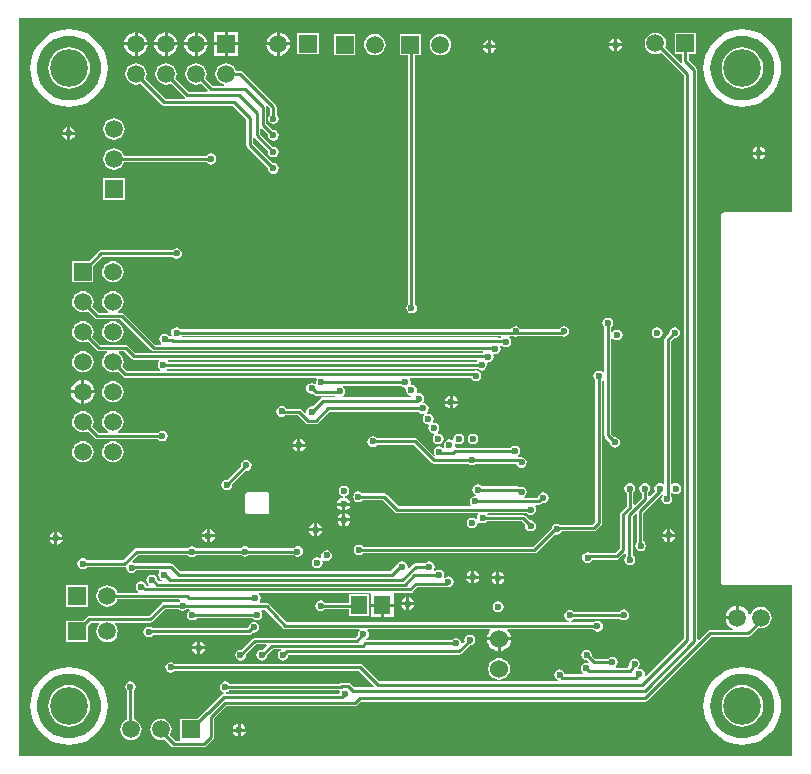
<source format=gbl>
%FSTAX23Y23*%
%MOIN*%
%SFA1B1*%

%IPPOS*%
%ADD10C,0.010000*%
%ADD82C,0.059060*%
%ADD83R,0.059060X0.059060*%
%ADD84C,0.060000*%
%ADD85R,0.059060X0.059060*%
%ADD86C,0.023620*%
%ADD87C,0.125980*%
%ADD88R,0.055120X0.059060*%
%LNmoveh_messkette_einseitig_v2-1*%
%LPD*%
G36*
X02587Y01822D02*
X02362D01*
X02357Y01821*
X02354Y01818*
X02351Y01815*
X02351Y01811*
Y0059*
X02351Y00586*
X02354Y00582*
X02357Y0058*
X02362Y00579*
X02587*
Y00011*
X00011*
Y02469*
X02587*
Y01822*
G37*
%LNmoveh_messkette_einseitig_v2-2*%
%LPC*%
G36*
X00879Y02422D02*
Y02388D01*
X00913*
X00912Y02393*
X00908Y02403*
X00902Y02411*
X00893Y02417*
X00884Y02421*
X00879Y02422*
G37*
G36*
X00739Y02422D02*
X00705D01*
Y02388*
X00739*
Y02422*
G37*
G36*
X00505Y02422D02*
Y02388D01*
X00539*
X00538Y02393*
X00534Y02403*
X00528Y02411*
X00519Y02417*
X0051Y02421*
X00505Y02422*
G37*
G36*
X00405D02*
Y02388D01*
X00439*
X00438Y02393*
X00434Y02403*
X00428Y02411*
X00419Y02417*
X0041Y02421*
X00405Y02422*
G37*
G36*
X00605D02*
Y02388D01*
X00639*
X00638Y02393*
X00634Y02403*
X00628Y02411*
X00619Y02417*
X0061Y02421*
X00605Y02422*
G37*
G36*
X00395D02*
X00389Y02421D01*
X0038Y02417*
X00371Y02411*
X00365Y02403*
X00361Y02393*
X0036Y02388*
X00395*
Y02422*
G37*
G36*
X00595D02*
X00589Y02421D01*
X0058Y02417*
X00571Y02411*
X00565Y02403*
X00561Y02393*
X0056Y02388*
X00595*
Y02422*
G37*
G36*
X00495D02*
X00489Y02421D01*
X0048Y02417*
X00471Y02411*
X00465Y02403*
X00461Y02393*
X0046Y02388*
X00495*
Y02422*
G37*
G36*
X00869D02*
X00863Y02421D01*
X00854Y02417*
X00845Y02411*
X00839Y02403*
X00835Y02393*
X00834Y02388*
X00869*
Y02422*
G37*
G36*
X00695Y02422D02*
X0066D01*
Y02388*
X00695*
Y02422*
G37*
G36*
X02004Y02402D02*
Y02386D01*
X0202*
X02019Y02389*
X02014Y02396*
X02007Y02401*
X02004Y02402*
G37*
G36*
X01994D02*
X0199Y02401D01*
X01983Y02396*
X01978Y02389*
X01977Y02386*
X01994*
Y02402*
G37*
G36*
X01582Y02396D02*
Y0238D01*
X01599*
X01598Y02383*
X01593Y0239*
X01586Y02395*
X01582Y02396*
G37*
G36*
X01572D02*
X01569Y02395D01*
X01562Y0239*
X01557Y02383*
X01556Y0238*
X01572*
Y02396*
G37*
G36*
X0202Y02376D02*
X02004D01*
Y02359*
X02007Y0236*
X02014Y02365*
X02019Y02372*
X0202Y02376*
G37*
G36*
X01994D02*
X01977D01*
X01978Y02372*
X01983Y02365*
X0199Y0236*
X01994Y02359*
Y02376*
G37*
G36*
X01599Y0237D02*
X01582D01*
Y02353*
X01586Y02354*
X01593Y02359*
X01598Y02366*
X01599Y0237*
G37*
G36*
X01572D02*
X01556D01*
X01557Y02366*
X01562Y02359*
X01569Y02354*
X01572Y02353*
Y0237*
G37*
G36*
X01009Y02418D02*
X00938D01*
Y02348*
X01009*
Y02418*
G37*
G36*
X01131Y02417D02*
X0106D01*
Y02346*
X01131*
Y02417*
G37*
G36*
X01414Y02417D02*
X01405Y02416D01*
X01397Y02412*
X01389Y02407*
X01384Y02399*
X0138Y02391*
X01379Y02381*
X0138Y02372*
X01384Y02364*
X01389Y02356*
X01397Y0235*
X01405Y02347*
X01414Y02346*
X01424Y02347*
X01432Y0235*
X0144Y02356*
X01445Y02364*
X01449Y02372*
X0145Y02381*
X01449Y02391*
X01445Y02399*
X0144Y02407*
X01432Y02412*
X01424Y02416*
X01414Y02417*
G37*
G36*
X01196D02*
X01187Y02416D01*
X01178Y02412*
X01171Y02407*
X01165Y02399*
X01161Y02391*
X0116Y02381*
X01161Y02372*
X01165Y02364*
X01171Y02356*
X01178Y0235*
X01187Y02347*
X01196Y02346*
X01205Y02347*
X01214Y0235*
X01221Y02356*
X01227Y02364*
X0123Y02372*
X01232Y02381*
X0123Y02391*
X01227Y02399*
X01221Y02407*
X01214Y02412*
X01205Y02416*
X01196Y02417*
G37*
G36*
X00595Y02378D02*
X0056D01*
X00561Y02373*
X00565Y02363*
X00571Y02355*
X0058Y02348*
X00589Y02344*
X00595Y02344*
Y02378*
G37*
G36*
X00495D02*
X0046D01*
X00461Y02373*
X00465Y02363*
X00471Y02355*
X0048Y02348*
X00489Y02344*
X00495Y02344*
Y02378*
G37*
G36*
X00395D02*
X0036D01*
X00361Y02373*
X00365Y02363*
X00371Y02355*
X0038Y02348*
X00389Y02344*
X00395Y02344*
Y02378*
G37*
G36*
X00913D02*
X00879D01*
Y02344*
X00884Y02344*
X00893Y02348*
X00902Y02355*
X00908Y02363*
X00912Y02373*
X00913Y02378*
G37*
G36*
X00869D02*
X00834D01*
X00835Y02373*
X00839Y02363*
X00845Y02355*
X00854Y02348*
X00863Y02344*
X00869Y02344*
Y02378*
G37*
G36*
X00639D02*
X00605D01*
Y02344*
X0061Y02344*
X00619Y02348*
X00628Y02355*
X00634Y02363*
X00638Y02373*
X00639Y02378*
G37*
G36*
X00539D02*
X00505D01*
Y02344*
X0051Y02344*
X00519Y02348*
X00528Y02355*
X00534Y02363*
X00538Y02373*
X00539Y02378*
G37*
G36*
X00439D02*
X00405D01*
Y02344*
X0041Y02344*
X00419Y02348*
X00428Y02355*
X00434Y02363*
X00438Y02373*
X00439Y02378*
G37*
G36*
X00739D02*
X00705D01*
Y02343*
X00739*
Y02378*
G37*
G36*
X00695D02*
X0066D01*
Y02343*
X00695*
Y02378*
G37*
G36*
X007Y02319D02*
X0069Y02317D01*
X00682Y02314*
X00674Y02308*
X00669Y02301*
X00665Y02292*
X00664Y02283*
X00665Y02274*
X00669Y02265*
X00674Y02258*
X00682Y02252*
X0069Y02248*
X00694Y02248*
X00694Y02243*
X00655*
X00631Y02267*
X00634Y02274*
X00635Y02283*
X00634Y02292*
X0063Y02301*
X00625Y02308*
X00617Y02314*
X00609Y02317*
X006Y02319*
X0059Y02317*
X00582Y02314*
X00574Y02308*
X00569Y02301*
X00565Y02292*
X00564Y02283*
X00565Y02274*
X00569Y02265*
X00574Y02258*
X00582Y02252*
X0059Y02248*
X006Y02247*
X00609Y02248*
X00616Y02251*
X00639Y02228*
X00636Y02223*
X00575*
X00531Y02267*
X00534Y02274*
X00535Y02283*
X00534Y02292*
X0053Y02301*
X00525Y02308*
X00517Y02314*
X00509Y02317*
X005Y02319*
X0049Y02317*
X00482Y02314*
X00474Y02308*
X00469Y02301*
X00465Y02292*
X00464Y02283*
X00465Y02274*
X00469Y02265*
X00474Y02258*
X00482Y02252*
X0049Y02248*
X005Y02247*
X00509Y02248*
X00516Y02251*
X00562Y02205*
X00562Y02203*
X0056Y022*
X00499*
X00431Y02267*
X00434Y02274*
X00435Y02283*
X00434Y02292*
X0043Y02301*
X00425Y02308*
X00417Y02314*
X00409Y02317*
X004Y02319*
X0039Y02317*
X00382Y02314*
X00374Y02308*
X00369Y02301*
X00365Y02292*
X00364Y02283*
X00365Y02274*
X00369Y02265*
X00374Y02258*
X00382Y02252*
X0039Y02248*
X004Y02247*
X00409Y02248*
X00416Y02251*
X00486Y02181*
X0049Y02178*
X00494Y02177*
X00723*
X00768Y02133*
Y02047*
Y02047*
X00769Y02042*
X00771Y02039*
X0084Y0197*
X0084Y01968*
X00841Y01961*
X00845Y01955*
X00851Y01951*
X00858Y0195*
X00865Y01951*
X00871Y01955*
X00874Y01961*
X00876Y01968*
X00874Y01975*
X00871Y01981*
X00865Y01985*
X00858Y01986*
X00856Y01986*
X0079Y02051*
Y02068*
X00794Y0207*
X00795Y0207*
X0084Y02025*
X0084Y02023*
X00841Y02016*
X00845Y0201*
X00851Y02006*
X00858Y02005*
X00865Y02006*
X00871Y0201*
X00874Y02016*
X00876Y02023*
X00874Y0203*
X00871Y02036*
X00865Y0204*
X00858Y02041*
X00856Y02041*
X00814Y02083*
Y02099*
X00819Y02102*
X0084Y0208*
X0084Y02078*
X00841Y02071*
X00845Y02065*
X00851Y02062*
X00858Y0206*
X00865Y02062*
X00871Y02065*
X00874Y02071*
X00876Y02078*
X00874Y02085*
X00871Y02091*
X00865Y02095*
X00858Y02096*
X00856Y02096*
X00833Y02118*
Y02173*
X00833Y02175*
X00838Y02177*
X00847Y02168*
Y02148*
X00845Y02147*
X00841Y02141*
X0084Y02134*
X00841Y02127*
X00845Y02122*
X00851Y02118*
X00858Y02116*
X00865Y02118*
X00871Y02122*
X00874Y02127*
X00876Y02134*
X00874Y02141*
X00871Y02147*
X00869Y02148*
Y02173*
X00868Y02177*
X00866Y02181*
X00755Y02291*
X00752Y02293*
X00748Y02294*
X00733*
X0073Y02301*
X00725Y02308*
X00717Y02314*
X00709Y02317*
X007Y02319*
G37*
G36*
X02421Y02432D02*
X02401Y0243D01*
X02381Y02426*
X02362Y02418*
X02345Y02407*
X02329Y02394*
X02316Y02379*
X02305Y02361*
X02298Y02343*
X02293Y02323*
X02291Y02303*
X02293Y02282*
X02298Y02263*
X02305Y02244*
X02316Y02227*
X02329Y02211*
X02345Y02198*
X02362Y02187*
X02381Y0218*
X02401Y02175*
X02421Y02173*
X02441Y02175*
X02461Y0218*
X0248Y02187*
X02497Y02198*
X02512Y02211*
X02525Y02227*
X02536Y02244*
X02544Y02263*
X02549Y02282*
X0255Y02303*
X02549Y02323*
X02544Y02343*
X02536Y02361*
X02525Y02379*
X02512Y02394*
X02497Y02407*
X0248Y02418*
X02461Y02426*
X02441Y0243*
X02421Y02432*
G37*
G36*
X00177D02*
X00156Y0243D01*
X00137Y02426*
X00118Y02418*
X00101Y02407*
X00085Y02394*
X00072Y02379*
X00061Y02361*
X00054Y02343*
X00049Y02323*
X00047Y02303*
X00049Y02282*
X00054Y02263*
X00061Y02244*
X00072Y02227*
X00085Y02211*
X00101Y02198*
X00118Y02187*
X00137Y0218*
X00156Y02175*
X00177Y02173*
X00197Y02175*
X00217Y0218*
X00235Y02187*
X00253Y02198*
X00268Y02211*
X00281Y02227*
X00292Y02244*
X003Y02263*
X00304Y02282*
X00306Y02303*
X00304Y02323*
X003Y02343*
X00292Y02361*
X00281Y02379*
X00268Y02394*
X00253Y02407*
X00235Y02418*
X00217Y02426*
X00197Y0243*
X00177Y02432*
G37*
G36*
X00181Y02106D02*
Y0209D01*
X00197*
X00196Y02094*
X00191Y02101*
X00184Y02106*
X00181Y02106*
G37*
G36*
X00171D02*
X00167Y02106D01*
X0016Y02101*
X00155Y02094*
X00154Y0209*
X00171*
Y02106*
G37*
G36*
X00197Y0208D02*
X00181D01*
Y02064*
X00184Y02065*
X00191Y02069*
X00196Y02077*
X00197Y0208*
G37*
G36*
X00171D02*
X00154D01*
X00155Y02077*
X0016Y02069*
X00167Y02065*
X00171Y02064*
Y0208*
G37*
G36*
X00326Y02135D02*
X00317Y02134D01*
X00308Y0213*
X00301Y02125*
X00295Y02117*
X00292Y02109*
X00291Y021*
X00292Y0209*
X00295Y02082*
X00301Y02074*
X00308Y02069*
X00317Y02065*
X00326Y02064*
X00336Y02065*
X00344Y02069*
X00352Y02074*
X00357Y02082*
X00361Y0209*
X00362Y021*
X00361Y02109*
X00357Y02117*
X00352Y02125*
X00344Y0213*
X00336Y02134*
X00326Y02135*
G37*
G36*
X02481Y0204D02*
Y02024D01*
X02497*
X02496Y02028*
X02492Y02035*
X02484Y0204*
X02481Y0204*
G37*
G36*
X02471D02*
X02467Y0204D01*
X0246Y02035*
X02455Y02028*
X02455Y02024*
X02471*
Y0204*
G37*
G36*
X02497Y02014D02*
X02481D01*
Y01998*
X02484Y01999*
X02492Y02003*
X02496Y02011*
X02497Y02014*
G37*
G36*
X02471D02*
X02455D01*
X02455Y02011*
X0246Y02003*
X02467Y01999*
X02471Y01998*
Y02014*
G37*
G36*
X00326Y02035D02*
X00317Y02034D01*
X00308Y0203*
X00301Y02025*
X00295Y02017*
X00292Y02009*
X00291Y02*
X00292Y0199*
X00295Y01982*
X00301Y01974*
X00308Y01969*
X00317Y01965*
X00326Y01964*
X00336Y01965*
X00344Y01969*
X00352Y01974*
X00357Y01982*
X0036Y01988*
X00635*
X00636Y01987*
X00642Y01983*
X00649Y01981*
X00656Y01983*
X00662Y01987*
X00666Y01993*
X00667Y02*
X00666Y02006*
X00662Y02012*
X00656Y02016*
X00649Y02018*
X00642Y02016*
X00636Y02012*
X00635Y02011*
X0036*
X00357Y02017*
X00352Y02025*
X00344Y0203*
X00336Y02034*
X00326Y02035*
G37*
G36*
X00362Y01935D02*
X00291D01*
Y01864*
X00362*
Y01935*
G37*
G36*
X00535Y01703D02*
X00528Y01701D01*
X00522Y01697*
X00521Y01696*
X00284*
X0028Y01695*
X00276Y01692*
X00242Y01659*
X00187*
Y01588*
X00258*
Y01643*
X00288Y01673*
X00521*
X00522Y01672*
X00528Y01668*
X00535Y01666*
X00542Y01668*
X00548Y01672*
X00552Y01678*
X00553Y01685*
X00552Y01691*
X00548Y01697*
X00542Y01701*
X00535Y01703*
G37*
G36*
X00323Y01659D02*
X00314Y01658D01*
X00305Y01654*
X00298Y01649*
X00292Y01641*
X00288Y01633*
X00287Y01623*
X00288Y01614*
X00292Y01606*
X00298Y01598*
X00305Y01593*
X00314Y01589*
X00323Y01588*
X00332Y01589*
X00341Y01593*
X00348Y01598*
X00354Y01606*
X00357Y01614*
X00359Y01623*
X00357Y01633*
X00354Y01641*
X00348Y01649*
X00341Y01654*
X00332Y01658*
X00323Y01659*
G37*
G36*
Y01559D02*
X00314Y01558D01*
X00305Y01554*
X00298Y01549*
X00292Y01541*
X00288Y01533*
X00287Y01523*
X00288Y01514*
X00292Y01506*
X00298Y01498*
X00305Y01493*
X00306Y01492*
X00305Y01487*
X00275*
X00254Y01507*
X00257Y01514*
X00259Y01523*
X00257Y01533*
X00254Y01541*
X00248Y01549*
X00241Y01554*
X00232Y01558*
X00223Y01559*
X00214Y01558*
X00205Y01554*
X00198Y01549*
X00192Y01541*
X00188Y01533*
X00187Y01523*
X00188Y01514*
X00192Y01506*
X00198Y01498*
X00205Y01493*
X00214Y01489*
X00223Y01488*
X00232Y01489*
X00239Y01492*
X00263Y01468*
X00266Y01466*
X0027Y01465*
X00348*
X00451Y01362*
X00451*
X00455Y01359*
X00459Y01358*
X00472*
X01555*
X01558Y01353*
X01557Y01353*
X00398*
X00374Y01377*
X0037Y0138*
X00366Y01381*
X00281*
X00254Y01407*
X00257Y01414*
X00259Y01423*
X00257Y01433*
X00254Y01441*
X00248Y01449*
X00241Y01454*
X00232Y01458*
X00223Y01459*
X00214Y01458*
X00205Y01454*
X00198Y01449*
X00192Y01441*
X00188Y01433*
X00187Y01423*
X00188Y01414*
X00192Y01406*
X00198Y01398*
X00205Y01393*
X00214Y01389*
X00223Y01388*
X00232Y01389*
X00239Y01392*
X00269Y01362*
X00272Y01359*
X00277Y01358*
X00302*
X00304Y01353*
X00298Y01349*
X00292Y01341*
X00288Y01333*
X00287Y01323*
X00288Y01314*
X00292Y01306*
X00298Y01298*
X00305Y01293*
X00314Y01289*
X00323Y01288*
X00332Y01289*
X00339Y01292*
X00356Y01274*
X0036Y01272*
X00364Y01271*
X01001*
X01004Y01266*
X01002Y01262*
X01Y01255*
X01001Y01251*
X01Y0125*
X00996Y01248*
X00992Y01251*
X00985Y01253*
X00978Y01251*
X00972Y01248*
X00968Y01242*
X00967Y01235*
X00968Y01228*
X00972Y01222*
X00978Y01218*
X00985Y01217*
X0099Y01218*
X00993Y01214*
X00997Y01212*
X01001Y01211*
X01063*
X01063Y01211*
X01061Y01206*
X01023*
X01018Y01205*
X01015Y01202*
X00987Y01174*
X00985Y01175*
X00978Y01173*
X00972Y01169*
X00968Y01163*
X00967Y01157*
X00967Y01155*
X00962Y01153*
X00952Y01164*
X00948Y01166*
X00944Y01167*
X00902*
X00899Y01171*
X00893Y01175*
X00886Y01176*
X00879Y01175*
X00874Y01171*
X0087Y01165*
X00868Y01158*
X0087Y01151*
X00874Y01145*
X00879Y01141*
X00886Y0114*
X00893Y01141*
X00898Y01145*
X00939*
X00965Y01119*
X00969Y01116*
X00973Y01115*
X00973*
X00999*
X00999*
X01003Y01116*
X01006Y01119*
X01044Y01157*
X01343*
X01344Y01155*
X0135Y01151*
X01357Y0115*
X01358Y0115*
X01359Y01148*
X0136Y01145*
X01357Y0114*
X01355Y01133*
X01357Y01126*
X01361Y01121*
X01367Y01117*
X01374Y01115*
X01374Y01115*
X01377Y01111*
X01375Y01109*
X01374Y01102*
X01375Y01095*
X01379Y01089*
X01385Y01085*
X01392Y01084*
X01392Y01084*
X01394Y01079*
X01394Y01079*
X0139Y01073*
X01389Y01066*
X0139Y01059*
X01394Y01054*
X014Y0105*
X01407Y01048*
X01414Y0105*
X0142Y01054*
X01424Y01059*
X01425Y01066*
X01424Y01073*
X0142Y01079*
X01414Y01083*
X01407Y01084*
X01407Y01084*
X01405Y01089*
X01405Y01089*
X01409Y01095*
X0141Y01102*
X01409Y01109*
X01405Y01115*
X01399Y01119*
X01392Y0112*
X01392Y0112*
X01389Y01124*
X0139Y01126*
X01392Y01133*
X0139Y0114*
X01386Y01146*
X0138Y0115*
X01374Y01151*
X01373Y01151*
X01371Y01153*
X0137Y01156*
X01373Y01161*
X01375Y01168*
X01373Y01175*
X0137Y01181*
X01364Y01185*
X01359Y01186*
X01356Y0119*
X01356Y01191*
X01359Y01194*
X0136Y01201*
X01359Y01208*
X01355Y01214*
X01349Y01218*
X01342Y01219*
X01339Y01219*
X01339Y01219*
X01336Y01223*
X01336Y01228*
X01335Y01235*
X01331Y01241*
X01325Y01245*
X01318Y01246*
X01318Y01246*
X01315Y0125*
X01316Y01255*
X01314Y01262*
X01312Y01266*
X01314Y01271*
X01515*
X01515Y0127*
X01519Y01264*
X01525Y0126*
X01532Y01259*
X01539Y0126*
X01545Y01264*
X01549Y0127*
X0155Y01277*
X01549Y01284*
X01545Y0129*
X01539Y01294*
X01532Y01295*
X01525Y01294*
X01524Y01293*
X00503*
X00502Y01298*
X00503Y013*
X00503Y013*
X00504Y01301*
X00505Y01301*
X01538*
X01539Y013*
X01545Y01296*
X01552Y01294*
X01559Y01296*
X01564Y013*
X01568Y01306*
X0157Y01313*
X01569Y01318*
X01571Y01321*
X01572Y01322*
X01574Y01322*
X01581Y01323*
X01587Y01327*
X01591Y01333*
X01592Y0134*
X01591Y01345*
X01595Y01349*
X01595Y01349*
X01597Y01349*
X01604Y0135*
X0161Y01354*
X01614Y0136*
X01615Y01367*
X01614Y01374*
X01612Y01376*
X01615Y0138*
X01619Y0138*
X01621Y01377*
X01626Y01374*
X01633Y01372*
X0164Y01374*
X01646Y01377*
X0165Y01383*
X01651Y0139*
X0165Y01397*
X01646Y01403*
X01644Y01405*
X01645Y0141*
X01656*
X01658Y01408*
X01665Y01407*
X01672Y01408*
X01674Y0141*
X01817*
X01819Y01408*
X01826Y01407*
X01833Y01408*
X01839Y01412*
X01843Y01418*
X01844Y01425*
X01843Y01432*
X01839Y01437*
X01833Y01441*
X01826Y01443*
X01819Y01441*
X01814Y01437*
X0181Y01432*
X01681*
X01678Y01437*
X01672Y01441*
X01665Y01443*
X01658Y01441*
X01652Y01437*
X01648Y01432*
X00549*
X00548Y01434*
X00542Y01437*
X00535Y01439*
X00528Y01437*
X00522Y01434*
X00518Y01428*
X00517Y01421*
X00518Y01414*
X00519Y01413*
X00516Y01408*
X00511*
X00508Y01412*
X00503Y01416*
X00496Y01417*
X00489Y01416*
X00483Y01412*
X00479Y01406*
X00478Y01399*
X00479Y01392*
X00483Y01386*
X00484Y01386*
X00482Y01381*
X00464*
X00361Y01484*
X00357Y01486*
X00353Y01487*
X0034*
X00339Y01492*
X00341Y01493*
X00348Y01498*
X00354Y01506*
X00357Y01514*
X00359Y01523*
X00357Y01533*
X00354Y01541*
X00348Y01549*
X00341Y01554*
X00332Y01558*
X00323Y01559*
G37*
G36*
X0135Y02417D02*
X01279D01*
Y02346*
X01307*
Y01517*
X01306Y01516*
X01302Y0151*
X013Y01503*
X01302Y01497*
X01306Y01491*
X01311Y01487*
X01318Y01485*
X01325Y01487*
X01331Y01491*
X01335Y01497*
X01336Y01503*
X01335Y0151*
X01331Y01516*
X0133Y01517*
Y02346*
X0135*
Y02417*
G37*
G36*
X02195Y01439D02*
X02188Y01437D01*
X02183Y01433*
X02179Y01427*
X02177Y0142*
X02178Y01419*
X02165Y01405*
X02162Y01402*
X02161Y01398*
Y00918*
X02156Y00915*
X02152Y00918*
X02146Y00919*
X02139Y00918*
X02133Y00914*
X02129Y00908*
X02128Y00901*
X02129Y00894*
X0213Y00892*
X02113Y00875*
X02108Y00877*
Y00888*
X02108Y00888*
X02112Y00894*
X02114Y00901*
X02112Y00908*
X02108Y00914*
X02102Y00918*
X02096Y00919*
X02089Y00918*
X02083Y00914*
X02079Y00908*
X02078Y00901*
X02079Y00894*
X02083Y00888*
X02086Y00886*
Y0087*
X02062Y00847*
X02058Y00849*
Y00888*
X02058Y00888*
X02062Y00894*
X02064Y00901*
X02062Y00908*
X02058Y00914*
X02052Y00918*
X02046Y00919*
X02039Y00918*
X02033Y00914*
X02029Y00908*
X02028Y00901*
X02029Y00894*
X02033Y00888*
X02036Y00886*
Y00843*
X02015Y00822*
X02013Y00819*
X02012Y00814*
Y00701*
X01997Y00686*
X01914*
X01912Y00687*
X01905Y00689*
X01898Y00687*
X01892Y00684*
X01888Y00678*
X01887Y00671*
X01888Y00664*
X01892Y00658*
X01898Y00654*
X01905Y00653*
X01912Y00654*
X01917Y00658*
X01921Y00664*
X02002*
X02006Y00665*
X0201Y00667*
X02028Y00686*
X02033Y00684*
Y00675*
X0203Y0067*
X02028Y00663*
X0203Y00656*
X02034Y0065*
X02039Y00646*
X02046Y00645*
X02053Y00646*
X02059Y0065*
X02063Y00656*
X02064Y00663*
X02063Y0067*
X02059Y00676*
X02056Y00678*
Y00809*
X02064Y00817*
X02069Y00815*
Y00722*
X02065Y00717*
X02064Y0071*
X02065Y00703*
X02069Y00697*
X02075Y00693*
X02082Y00692*
X02089Y00693*
X02095Y00697*
X02098Y00703*
X021Y0071*
X02098Y00717*
X02095Y00723*
X02091Y00725*
Y00821*
X02153Y00884*
X02158Y00882*
X02159Y0088*
X02156Y00878*
X02152Y00873*
X02151Y00866*
X02152Y00859*
X02156Y00853*
X02162Y00849*
X02169Y00848*
X02176Y00849*
X02182Y00853*
X02185Y00859*
X02187Y00866*
X02185Y00873*
X02183Y00876*
Y00885*
X02188Y00887*
X02193Y00884*
X02199Y00883*
X02206Y00884*
X02212Y00888*
X02216Y00894*
X02217Y00901*
X02216Y00908*
X02212Y00914*
X02206Y00918*
X02199Y00919*
X02193Y00918*
X02188Y00915*
X02183Y00918*
Y01393*
X02193Y01403*
X02195Y01402*
X02202Y01404*
X02208Y01408*
X02212Y01414*
X02213Y0142*
X02212Y01427*
X02208Y01433*
X02202Y01437*
X02195Y01439*
G37*
G36*
X02137Y01438D02*
X0213Y01437D01*
X02124Y01433*
X0212Y01427*
X02119Y0142*
X0212Y01413*
X02124Y01407*
X0213Y01403*
X02137Y01402*
X02144Y01403*
X02149Y01407*
X02153Y01413*
X02155Y0142*
X02153Y01427*
X02149Y01433*
X02144Y01437*
X02137Y01438*
G37*
G36*
X01972Y0147D02*
X01965Y01469D01*
X01959Y01465*
X01955Y01459*
X01954Y01452*
X01955Y01445*
X01959Y01439*
X01961Y01438*
Y01288*
X01956Y01286*
X01955Y01288*
X01949Y01292*
X01942Y01293*
X01935Y01292*
X01929Y01288*
X01925Y01282*
X01924Y01275*
X01925Y01268*
X01929Y01262*
X01931Y01261*
Y00791*
X0192Y00781*
X01811*
X01809Y00782*
X01802Y00783*
X01795Y00782*
X01789Y00778*
X01786Y00772*
X01785Y0077*
X01723Y00707*
X01157*
X01156Y00709*
X0115Y00713*
X01143Y00714*
X01136Y00713*
X0113Y00709*
X01127Y00703*
X01125Y00696*
X01127Y00689*
X0113Y00684*
X01136Y0068*
X01143Y00678*
X0115Y0068*
X01156Y00684*
X01157Y00685*
X01727*
X01727*
X01732Y00686*
X01735Y00688*
X01795Y00749*
X01795Y00749*
X01802Y00747*
X01809Y00749*
X01815Y00752*
X01819Y00758*
X01925*
X01929Y00759*
X01933Y00762*
X0195Y00779*
X01952Y00782*
X01953Y00787*
Y0126*
X01956Y01262*
X01961Y0126*
Y01078*
X01962Y01074*
X01964Y0107*
X01978Y01057*
X01978Y01055*
X01979Y01048*
X01983Y01042*
X01989Y01038*
X01996Y01037*
X02002Y01038*
X02008Y01042*
X02012Y01048*
X02014Y01055*
X02012Y01062*
X02008Y01067*
X02002Y01071*
X01996Y01073*
X01994Y01072*
X01983Y01083*
Y01402*
X01988Y01404*
X01991Y014*
X01997Y01396*
X02003Y01395*
X0201Y01396*
X02016Y014*
X0202Y01406*
X02022Y01413*
X0202Y0142*
X02016Y01426*
X0201Y0143*
X02003Y01431*
X01997Y0143*
X01991Y01426*
X01988Y01422*
X01983Y01423*
Y01438*
X01985Y01439*
X01989Y01445*
X0199Y01452*
X01989Y01459*
X01985Y01465*
X01979Y01469*
X01972Y0147*
G37*
G36*
X00323Y01459D02*
X00314Y01458D01*
X00305Y01454*
X00298Y01449*
X00292Y01441*
X00288Y01433*
X00287Y01423*
X00288Y01414*
X00292Y01406*
X00298Y01398*
X00305Y01393*
X00314Y01389*
X00323Y01388*
X00332Y01389*
X00341Y01393*
X00348Y01398*
X00354Y01406*
X00357Y01414*
X00359Y01423*
X00357Y01433*
X00354Y01441*
X00348Y01449*
X00341Y01454*
X00332Y01458*
X00323Y01459*
G37*
G36*
X00223Y01359D02*
X00214Y01358D01*
X00205Y01354*
X00198Y01349*
X00192Y01341*
X00188Y01333*
X00187Y01323*
X00188Y01314*
X00192Y01306*
X00198Y01298*
X00205Y01293*
X00214Y01289*
X00223Y01288*
X00232Y01289*
X00241Y01293*
X00248Y01298*
X00254Y01306*
X00257Y01314*
X00259Y01323*
X00257Y01333*
X00254Y01341*
X00248Y01349*
X00241Y01354*
X00232Y01358*
X00223Y01359*
G37*
G36*
X00228Y01263D02*
Y01228D01*
X00262*
X00261Y01234*
X00257Y01243*
X00251Y01252*
X00243Y01258*
X00233Y01262*
X00228Y01263*
G37*
G36*
X00218D02*
X00212Y01262D01*
X00203Y01258*
X00195Y01252*
X00188Y01243*
X00184Y01234*
X00184Y01228*
X00218*
Y01263*
G37*
G36*
X01455Y01211D02*
Y01194D01*
X01472*
X01471Y01198*
X01466Y01205*
X01459Y0121*
X01455Y01211*
G37*
G36*
X01445D02*
X01442Y0121D01*
X01435Y01205*
X0143Y01198*
X01429Y01194*
X01445*
Y01211*
G37*
G36*
X00323Y01259D02*
X00314Y01258D01*
X00305Y01254*
X00298Y01249*
X00292Y01241*
X00288Y01233*
X00287Y01223*
X00288Y01214*
X00292Y01206*
X00298Y01198*
X00305Y01193*
X00314Y01189*
X00323Y01188*
X00332Y01189*
X00341Y01193*
X00348Y01198*
X00354Y01206*
X00357Y01214*
X00359Y01223*
X00357Y01233*
X00354Y01241*
X00348Y01249*
X00341Y01254*
X00332Y01258*
X00323Y01259*
G37*
G36*
X00262Y01218D02*
X00228D01*
Y01184*
X00233Y01185*
X00243Y01189*
X00251Y01195*
X00257Y01204*
X00261Y01213*
X00262Y01218*
G37*
G36*
X00218D02*
X00184D01*
X00184Y01213*
X00188Y01204*
X00195Y01195*
X00203Y01189*
X00212Y01185*
X00218Y01184*
Y01218*
G37*
G36*
X01472Y01184D02*
X01455D01*
Y01168*
X01459Y01169*
X01466Y01174*
X01471Y01181*
X01472Y01184*
G37*
G36*
X01445D02*
X01429D01*
X0143Y01181*
X01435Y01174*
X01442Y01169*
X01445Y01168*
Y01184*
G37*
G36*
X00323Y01159D02*
X00314Y01158D01*
X00305Y01154*
X00298Y01149*
X00292Y01141*
X00288Y01133*
X00287Y01123*
X00288Y01114*
X00292Y01106*
X00298Y01098*
X00305Y01093*
X00306Y01092*
X00305Y01087*
X00275*
X00254Y01107*
X00257Y01114*
X00259Y01123*
X00257Y01133*
X00254Y01141*
X00248Y01149*
X00241Y01154*
X00232Y01158*
X00223Y01159*
X00214Y01158*
X00205Y01154*
X00198Y01149*
X00192Y01141*
X00188Y01133*
X00187Y01123*
X00188Y01114*
X00192Y01106*
X00198Y01098*
X00205Y01093*
X00214Y01089*
X00223Y01088*
X00232Y01089*
X00239Y01092*
X00262Y01068*
X00266Y01066*
X0027Y01065*
X00474*
X00475Y01063*
X00481Y01059*
X00488Y01058*
X00495Y01059*
X005Y01063*
X00504Y01069*
X00506Y01076*
X00504Y01083*
X005Y01089*
X00495Y01093*
X00488Y01094*
X00481Y01093*
X00475Y01089*
X00474Y01087*
X00341*
X0034Y01092*
X00341Y01093*
X00348Y01098*
X00354Y01106*
X00357Y01114*
X00359Y01123*
X00357Y01133*
X00354Y01141*
X00348Y01149*
X00341Y01154*
X00332Y01158*
X00323Y01159*
G37*
G36*
X01476Y01084D02*
X01469Y01083D01*
X01463Y01079*
X01459Y01073*
X01458Y01066*
X01458Y01065*
X01454Y01062*
X01451Y01063*
X01444Y01065*
X01437Y01063*
X01432Y0106*
X01428Y01054*
X01426Y01047*
X01428Y0104*
X01428Y0104*
X01424Y01037*
X01418Y01041*
X01411Y01042*
X01404Y01041*
X01398Y01037*
X01394Y01031*
X01393Y01024*
X01394Y01017*
X01396Y01014*
X01392Y01011*
X01338Y01065*
X01334Y01068*
X0133Y01069*
X01203*
X01202Y0107*
X01196Y01074*
X01189Y01076*
X01183Y01074*
X01177Y0107*
X01173Y01064*
X01171Y01058*
X01173Y01051*
X01177Y01045*
X01183Y01041*
X01189Y0104*
X01196Y01041*
X01202Y01045*
X01203Y01046*
X01326*
X01384Y00988*
X01388Y00985*
X01392Y00984*
X01505*
X01506Y00983*
X01512Y00979*
X01519Y00978*
X01526Y00979*
X01532Y00983*
X01533Y00984*
X01667*
X01668Y00981*
X01672Y00975*
X01678Y00971*
X01685Y0097*
X01691Y00971*
X01697Y00975*
X01701Y00981*
X01703Y00988*
X01701Y00995*
X01697Y01*
X01691Y01004*
X01685Y01006*
X01682Y01005*
X01681Y01006*
X01677Y01007*
X01674*
X01672Y01012*
X01675Y01013*
X01679Y01019*
X0168Y01026*
X01679Y01033*
X01675Y01039*
X01669Y01043*
X01662Y01044*
X01655Y01043*
X01649Y01039*
X01648Y01037*
X01465*
X01465Y01038*
X01462Y01042*
X01462Y01047*
X01462Y01048*
X01467Y01051*
X01469Y0105*
X01476Y01048*
X01483Y0105*
X01489Y01054*
X01493Y0106*
X01494Y01066*
X01493Y01073*
X01489Y01079*
X01483Y01083*
X01476Y01084*
G37*
G36*
X00948Y01067D02*
Y01051D01*
X00965*
X00964Y01054*
X00959Y01061*
X00952Y01066*
X00948Y01067*
G37*
G36*
X00938D02*
X00935Y01066D01*
X00928Y01061*
X00923Y01054*
X00922Y01051*
X00938*
Y01067*
G37*
G36*
X01523Y01084D02*
X01516Y01083D01*
X0151Y01079*
X01506Y01073*
X01505Y01066*
X01506Y01059*
X0151Y01054*
X01516Y0105*
X01523Y01048*
X0153Y0105*
X01536Y01054*
X0154Y01059*
X01541Y01066*
X0154Y01073*
X01536Y01079*
X0153Y01083*
X01523Y01084*
G37*
G36*
X00965Y01041D02*
X00948D01*
Y01025*
X00952Y01025*
X00959Y0103*
X00964Y01037*
X00965Y01041*
G37*
G36*
X00938D02*
X00922D01*
X00923Y01037*
X00928Y0103*
X00935Y01025*
X00938Y01025*
Y01041*
G37*
G36*
X00323Y01059D02*
X00314Y01058D01*
X00305Y01054*
X00298Y01049*
X00292Y01041*
X00288Y01033*
X00287Y01023*
X00288Y01014*
X00292Y01006*
X00298Y00998*
X00305Y00993*
X00314Y00989*
X00323Y00988*
X00332Y00989*
X00341Y00993*
X00348Y00998*
X00354Y01006*
X00357Y01014*
X00359Y01023*
X00357Y01033*
X00354Y01041*
X00348Y01049*
X00341Y01054*
X00332Y01058*
X00323Y01059*
G37*
G36*
X00223D02*
X00214Y01058D01*
X00205Y01054*
X00198Y01049*
X00192Y01041*
X00188Y01033*
X00187Y01023*
X00188Y01014*
X00192Y01006*
X00198Y00998*
X00205Y00993*
X00214Y00989*
X00223Y00988*
X00232Y00989*
X00241Y00993*
X00248Y00998*
X00254Y01006*
X00257Y01014*
X00259Y01023*
X00257Y01033*
X00254Y01041*
X00248Y01049*
X00241Y01054*
X00232Y01058*
X00223Y01059*
G37*
G36*
X00767Y00996D02*
X0076Y00995D01*
X00754Y00991*
X00751Y00985*
X00749Y00978*
X0075Y00976*
X00704Y00931*
X00702Y00931*
X00695Y0093*
X00689Y00926*
X00686Y0092*
X00684Y00913*
X00686Y00906*
X00689Y009*
X00695Y00896*
X00702Y00895*
X00709Y00896*
X00715Y009*
X00719Y00906*
X0072Y00913*
X0072Y00915*
X00765Y0096*
X00767Y0096*
X00774Y00961*
X0078Y00965*
X00784Y00971*
X00785Y00978*
X00784Y00985*
X0078Y00991*
X00774Y00995*
X00767Y00996*
G37*
G36*
X01093Y00911D02*
X01086Y0091D01*
X0108Y00906*
X01076Y009*
X01075Y00893*
X01076Y00886*
X0108Y0088*
X01086Y00877*
X0109Y00876*
X0109Y00871*
X01084Y00869*
X01076Y00865*
X01071Y00857*
X01071Y00854*
X01113*
X01113Y00857*
X01108Y00865*
X01101Y00869*
X01095Y00871*
Y00876*
X011Y00877*
X01106Y0088*
X0111Y00886*
X01111Y00893*
X0111Y009*
X01106Y00906*
X011Y0091*
X01093Y00911*
G37*
G36*
X01539Y00915D02*
X01532Y00914D01*
X01526Y0091*
X01522Y00904*
X01521Y00897*
X01522Y0089*
X01526Y00884*
X01532Y0088*
X01531Y00876*
X01524Y00874*
X01518Y00871*
X01514Y00865*
X01513Y00858*
X01514Y00851*
X01517Y00847*
X01514Y00842*
X01275*
X01236Y00881*
X01232Y00884*
X01228Y00885*
X01155*
X01154Y00886*
X01148Y0089*
X01141Y00892*
X01134Y0089*
X01128Y00886*
X01125Y0088*
X01123Y00874*
X01125Y00867*
X01128Y00861*
X01134Y00857*
X01141Y00855*
X01148Y00857*
X01154Y00861*
X01155Y00862*
X01223*
X01263Y00823*
X01266Y00821*
X0127Y0082*
X01539*
X01541Y00817*
X01541Y00815*
X01538Y0081*
X01537Y00803*
X01532Y008*
X01528Y00803*
X01521Y00804*
X01514Y00803*
X01508Y00799*
X01504Y00793*
X01503Y00786*
X01504Y00779*
X01508Y00773*
X01514Y00769*
X01521Y00768*
X01528Y00769*
X01534Y00773*
X01538Y00779*
X01539Y00786*
X01544Y00789*
X01548Y00786*
X01555Y00785*
X01562Y00786*
X01567Y0079*
X01569Y00792*
X01685*
X01697Y00779*
X01697Y00777*
X01698Y0077*
X01702Y00764*
X01708Y0076*
X01715Y00759*
X01722Y0076*
X01728Y00764*
X01732Y0077*
X01733Y00777*
X01732Y00784*
X01728Y0079*
X01722Y00794*
X01715Y00795*
X01713Y00795*
X01697Y00811*
X01694Y00813*
X0169Y00814*
X01573*
X01571Y00815*
X01572Y00817*
X01574Y0082*
X01701*
X01702Y00818*
X01708Y00814*
X01715Y00813*
X01722Y00814*
X01728Y00818*
X01732Y00824*
X01733Y00831*
X01732Y00838*
X01729Y00842*
X01732Y00847*
X01742*
X01746Y00848*
X0175Y0085*
X01752Y00853*
X01757Y00852*
X01764Y00853*
X0177Y00857*
X01774Y00863*
X01775Y0087*
X01774Y00876*
X0177Y00882*
X01764Y00886*
X01757Y00888*
X0175Y00886*
X01745Y00882*
X01741Y00876*
X0174Y00871*
X01737Y00869*
X01695*
X01694Y00874*
X01697Y00876*
X01701Y00882*
X01703Y00889*
X01701Y00896*
X01697Y00902*
X01691Y00906*
X01685Y00907*
X01679Y00906*
X01677Y00907*
X01673Y00908*
X01553*
X01552Y0091*
X01546Y00914*
X01539Y00915*
G37*
G36*
X01113Y00844D02*
X01097D01*
Y00828*
X01101Y00828*
X01108Y00833*
X01113Y0084*
X01113Y00844*
G37*
G36*
X01087D02*
X01071D01*
X01071Y0084*
X01076Y00833*
X01084Y00828*
X01087Y00828*
Y00844*
G37*
G36*
X00837Y00889D02*
X00771D01*
X00766Y00887*
X00764Y00882*
Y00822*
X00766Y00817*
X00771Y00815*
X00837*
X00842Y00817*
X00844Y00822*
Y00882*
X00842Y00887*
X00837Y00889*
G37*
G36*
X01098Y00818D02*
Y00802D01*
X01114*
X01114Y00805*
X01109Y00812*
X01102Y00817*
X01098Y00818*
G37*
G36*
X01088D02*
X01084Y00817D01*
X01077Y00812*
X01072Y00805*
X01072Y00802*
X01088*
Y00818*
G37*
G36*
X01114Y00792D02*
X01098D01*
Y00776*
X01102Y00776*
X01109Y00781*
X01114Y00788*
X01114Y00792*
G37*
G36*
X01088D02*
X01072D01*
X01072Y00788*
X01077Y00781*
X01084Y00776*
X01088Y00776*
Y00792*
G37*
G36*
X01004Y00786D02*
Y00769D01*
X0102*
X01019Y00773*
X01014Y0078*
X01007Y00785*
X01004Y00786*
G37*
G36*
X00994D02*
X0099Y00785D01*
X00983Y0078*
X00978Y00773*
X00977Y00769*
X00994*
Y00786*
G37*
G36*
X02181Y00766D02*
Y0075D01*
X02197*
X02196Y00753*
X02191Y0076*
X02184Y00765*
X02181Y00766*
G37*
G36*
X02171D02*
X02167Y00765D01*
X0216Y0076*
X02155Y00753*
X02154Y0075*
X02171*
Y00766*
G37*
G36*
X00646Y00766D02*
Y00749D01*
X00662*
X00662Y00753*
X00657Y0076*
X0065Y00765*
X00646Y00766*
G37*
G36*
X00636D02*
X00633Y00765D01*
X00626Y0076*
X00621Y00753*
X0062Y00749*
X00636*
Y00766*
G37*
G36*
X0102Y00759D02*
X01004D01*
Y00743*
X01007Y00744*
X01014Y00749*
X01019Y00756*
X0102Y00759*
G37*
G36*
X00994D02*
X00977D01*
X00978Y00756*
X00983Y00749*
X0099Y00744*
X00994Y00743*
Y00759*
G37*
G36*
X00138Y00757D02*
Y00741D01*
X00155*
X00154Y00744*
X00149Y00751*
X00142Y00756*
X00138Y00757*
G37*
G36*
X00128D02*
X00125Y00756D01*
X00118Y00751*
X00113Y00744*
X00112Y00741*
X00128*
Y00757*
G37*
G36*
X02197Y0074D02*
X02181D01*
Y00723*
X02184Y00724*
X02191Y00729*
X02196Y00736*
X02197Y0074*
G37*
G36*
X02171D02*
X02154D01*
X02155Y00736*
X0216Y00729*
X02167Y00724*
X02171Y00723*
Y0074*
G37*
G36*
X00662Y00739D02*
X00646D01*
Y00723*
X0065Y00724*
X00657Y00729*
X00662Y00736*
X00662Y00739*
G37*
G36*
X00636D02*
X0062D01*
X00621Y00736*
X00626Y00729*
X00633Y00724*
X00636Y00723*
Y00739*
G37*
G36*
X00155Y00731D02*
X00138D01*
Y00714*
X00142Y00715*
X00149Y0072*
X00154Y00727*
X00155Y00731*
G37*
G36*
X00128D02*
X00112D01*
X00113Y00727*
X00118Y0072*
X00125Y00715*
X00128Y00714*
Y00731*
G37*
G36*
X00938Y00709D02*
X00932Y00708D01*
X00926Y00704*
X00925Y00703*
X00778*
X00777Y00704*
X00771Y00708*
X00764Y00709*
X00757Y00708*
X00751Y00704*
X0075Y00703*
X006*
X006Y00703*
X00594Y00707*
X00587Y00709*
X0058Y00707*
X00574Y00703*
X00574Y00703*
X00402*
X00402*
X00397Y00702*
X00394Y00699*
X00357Y00662*
X00236*
X00235Y00664*
X00229Y00668*
X00222Y00669*
X00215Y00668*
X00209Y00664*
X00205Y00658*
X00204Y00651*
X00205Y00644*
X00209Y00638*
X00215Y00634*
X00222Y00633*
X00229Y00634*
X00235Y00638*
X00236Y0064*
X00361*
X00363Y0064*
X00366Y00638*
X00367Y00637*
X00367Y00636*
X00369Y0063*
X00373Y00625*
X00378Y00621*
X00385Y00619*
X00392Y00621*
X00398Y00625*
X00401Y00629*
X00475*
X00477Y00624*
X00475Y00621*
X00474Y00614*
X00475Y00607*
X00479Y00601*
X00484Y00597*
X00485Y00597*
X00482Y00592*
X00475*
X0047Y00597*
X00469Y00602*
X00465Y00608*
X00459Y00612*
X00452Y00613*
X00445Y00612*
X00439Y00608*
X00436Y00602*
X00434Y00595*
X00436Y00588*
X00439Y00583*
X00442Y00581*
X00441Y00576*
X00435*
X00434Y00581*
X0043Y00587*
X00424Y00591*
X00417Y00592*
X0041Y00591*
X00404Y00587*
X004Y00581*
X00399Y00574*
X004Y00567*
X00404Y00562*
X00408Y00559*
X00406Y00554*
X00337*
X00335Y00561*
X00329Y00568*
X00322Y00574*
X00313Y00577*
X00304Y00579*
X00294Y00577*
X00286Y00574*
X00278Y00568*
X00273Y00561*
X00269Y00552*
X00268Y00543*
X00269Y00534*
X00273Y00525*
X00278Y00518*
X00286Y00512*
X00294Y00508*
X00304Y00507*
X00313Y00508*
X00322Y00512*
X00329Y00518*
X00335Y00525*
X00337Y00532*
X00544*
X00546Y00527*
X00542Y00524*
X00541Y00522*
X00493*
X00488Y00522*
X00485Y00519*
X00442Y00476*
X00244*
X0024Y00475*
X00236Y00473*
X00223Y0046*
X00168*
Y00389*
X00239*
Y00444*
X00249Y00454*
X00276*
X00278Y00449*
X00273Y00443*
X00269Y00434*
X00268Y00425*
X00269Y00415*
X00273Y00407*
X00278Y00399*
X00286Y00394*
X00294Y0039*
X00304Y00389*
X00313Y0039*
X00322Y00394*
X00329Y00399*
X00335Y00407*
X00338Y00415*
X00339Y00425*
X00338Y00434*
X00335Y00443*
X0033Y00449*
X00331Y00454*
X00446*
X00451Y00455*
X00454Y00457*
X00497Y005*
X00541*
X00542Y00499*
X00548Y00495*
X00555Y00493*
X00562Y00495*
X00567Y00499*
X00569Y005*
X00578*
X00579Y00495*
X00575Y00493*
X00571Y00487*
X0057Y0048*
X00571Y00473*
X00575Y00467*
X00581Y00463*
X00588Y00462*
X00595Y00463*
X00601Y00467*
X00603Y0047*
X00789*
X0079Y00468*
X00796Y00464*
X00803Y00463*
X0081Y00464*
X00815Y00468*
X00819Y00474*
X00821Y00481*
X00819Y00488*
X00817Y00492*
X00819Y00497*
X0083*
X0089Y00437*
X00894Y00434*
X00898Y00433*
X01143*
X01144Y0043*
X01145Y00428*
X01141Y00423*
X0114Y00416*
X0114Y00414*
X01131Y00404*
X00797*
X00792Y00403*
X00789Y00401*
X0075Y00363*
X00748Y00363*
X00742Y00362*
X00736Y00358*
X00732Y00352*
X0073Y00345*
X00732Y00338*
X00736Y00332*
X00742Y00328*
X00748Y00327*
X00755Y00328*
X00761Y00332*
X00765Y00338*
X00767Y00345*
X00766Y00347*
X00801Y00382*
X00834*
X00836Y00377*
X00821Y00363*
X00819Y00363*
X00812Y00362*
X00807Y00358*
X00803Y00352*
X00801Y00345*
X00803Y00338*
X00807Y00332*
X00812Y00328*
X00819Y00327*
X00826Y00328*
X00832Y00332*
X00836Y00338*
X00837Y00345*
X00837Y00347*
X00856Y00366*
X00882*
X00882Y00365*
X00882Y00361*
X00877Y00358*
X00873Y00352*
X00872Y00345*
X00873Y00338*
X00877Y00332*
X00883Y00328*
X0089Y00327*
X00897Y00328*
X00903Y00332*
X00907Y00338*
X00908Y00345*
X0091Y00347*
X01477*
X01481Y00348*
X01485Y0035*
X01514Y00378*
X01519Y0038*
X01525Y00383*
X01529Y00389*
X0153Y00396*
X01529Y00403*
X01525Y00409*
X01519Y00413*
X01512Y00414*
X01505Y00413*
X01499Y00409*
X01496Y00403*
X01494Y00396*
X01495Y00391*
X01489Y00385*
X01484Y00387*
X01483Y00391*
X01479Y00397*
X01473Y00401*
X01466Y00403*
X01459Y00401*
X01453Y00397*
X01452Y00396*
X01169*
X01167Y00401*
X01171Y00403*
X01175Y00409*
X01176Y00416*
X01175Y00423*
X01171Y00428*
X01171Y0043*
X01173Y00433*
X0158*
X01582Y00429*
X01581Y00428*
X01575Y0042*
X01571Y0041*
X0157Y00405*
X01649*
X01649Y0041*
X01645Y0042*
X01638Y00428*
X01638Y00429*
X01639Y00433*
X01923*
X01926Y0043*
X01932Y00426*
X01938Y00424*
X01945Y00426*
X01951Y0043*
X01955Y00436*
X01957Y00442*
X01955Y00449*
X01951Y00455*
X01945Y00459*
X01938Y0046*
X01932Y00459*
X01926Y00456*
X0185*
X01849Y00461*
X01852Y00461*
X01858Y00465*
X01859Y00467*
X02013*
X02018Y00463*
X02025Y00462*
X02032Y00463*
X02038Y00467*
X02042Y00473*
X02043Y0048*
X02042Y00487*
X02038Y00493*
X02032Y00497*
X02025Y00498*
X02018Y00497*
X02012Y00493*
X0201Y00489*
X01859*
X01858Y00491*
X01852Y00495*
X01846Y00496*
X01839Y00495*
X01833Y00491*
X01829Y00485*
X01828Y00478*
X01829Y00471*
X01833Y00465*
X01839Y00461*
X01842Y00461*
X01841Y00456*
X00903*
X00843Y00516*
X00839Y00518*
X00835Y00519*
X00814*
X00812Y00524*
X00814Y00528*
X00816Y00535*
X00814Y00542*
X00811Y00548*
X00809Y00549*
X00811Y00554*
X01179*
X01183Y00549*
Y00517*
X01221*
X01259*
Y00549*
Y00552*
X01263Y00554*
X01314*
X01319Y00554*
X01322Y00557*
X01338Y00572*
X01435*
X01438Y00573*
X01441Y00572*
X01448Y00573*
X01454Y00577*
X01458Y00583*
X01459Y0059*
X01458Y00597*
X01454Y00603*
X01448Y00607*
X01441Y00608*
X01435Y00607*
X0143Y00604*
X01429Y00604*
X01426Y00607*
X01427Y00613*
X01426Y0062*
X01422Y00625*
X01416Y00629*
X01409Y00631*
X01402Y00629*
X01397Y00626*
X01395Y00626*
X01393Y0063*
X01393Y00632*
X01394Y00634*
X01396Y00641*
X01394Y00647*
X0139Y00653*
X01384Y00657*
X01377Y00659*
X01371Y00657*
X01365Y00653*
X01364Y00652*
X01332*
X01328Y00651*
X01324Y00648*
X01309Y00633*
X01304Y00636*
X01305Y0064*
X01304Y00647*
X013Y00653*
X01294Y00657*
X01287Y00658*
X0128Y00657*
X01274Y00653*
X0127Y00647*
X0127Y00647*
X01248Y00625*
X00547*
X00524Y00648*
X0052Y00651*
X00516Y00652*
X00396*
X00392Y00654*
X00388Y00655*
X00386Y0066*
X00406Y0068*
X00573*
X00574Y00678*
X0058Y00674*
X00587Y00672*
X00594Y00674*
X006Y00678*
X00602Y0068*
X0075*
X00751Y00679*
X00757Y00675*
X00764Y00673*
X00771Y00675*
X00777Y00679*
X00778Y0068*
X00925*
X00926Y00679*
X00932Y00675*
X00938Y00673*
X00945Y00675*
X00951Y00679*
X00955Y00685*
X00957Y00691*
X00955Y00698*
X00951Y00704*
X00945Y00708*
X00938Y00709*
G37*
G36*
X01035Y00696D02*
X01028Y00694D01*
X01022Y0069*
X01018Y00684*
X01017Y00678*
X01018Y00672*
X01016Y00669*
X01014Y00668*
X0101Y00671*
X01003Y00672*
X00997Y00671*
X00991Y00667*
X00987Y00661*
X00985Y00654*
X00987Y00647*
X00991Y00641*
X00997Y00637*
X01003Y00636*
X0101Y00637*
X01016Y00641*
X0102Y00647*
X01022Y00654*
X0102Y0066*
X01023Y00662*
X01024Y00663*
X01028Y00661*
X01035Y00659*
X01042Y00661*
X01048Y00665*
X01052Y00671*
X01053Y00678*
X01052Y00684*
X01048Y0069*
X01042Y00694*
X01035Y00696*
G37*
G36*
X01527Y00627D02*
Y00611D01*
X01543*
X01543Y00614*
X01538Y00622*
X01531Y00626*
X01527Y00627*
G37*
G36*
X01517D02*
X01514Y00626D01*
X01506Y00622*
X01502Y00614*
X01501Y00611*
X01517*
Y00627*
G37*
G36*
X01611Y00624D02*
Y00608D01*
X01627*
X01626Y00611*
X01622Y00619*
X01614Y00623*
X01611Y00624*
G37*
G36*
X01601D02*
X01597Y00623D01*
X0159Y00619*
X01585Y00611*
X01585Y00608*
X01601*
Y00624*
G37*
G36*
X01543Y00601D02*
X01527D01*
Y00585*
X01531Y00585*
X01538Y0059*
X01543Y00597*
X01543Y00601*
G37*
G36*
X01517D02*
X01501D01*
X01502Y00597*
X01506Y0059*
X01514Y00585*
X01517Y00585*
Y00601*
G37*
G36*
X01627Y00598D02*
X01611D01*
Y00582*
X01614Y00582*
X01622Y00587*
X01626Y00594*
X01627Y00598*
G37*
G36*
X01601D02*
X01585D01*
X01585Y00594*
X0159Y00587*
X01597Y00582*
X01601Y00582*
Y00598*
G37*
G36*
X01311Y00538D02*
Y00522D01*
X01327*
X01326Y00526*
X01321Y00533*
X01314Y00538*
X01311Y00538*
G37*
G36*
X01301D02*
X01297Y00538D01*
X0129Y00533*
X01285Y00526*
X01284Y00522*
X01301*
Y00538*
G37*
G36*
X01176Y00548D02*
X01109D01*
Y00521*
X01029*
X01028Y00523*
X01022Y00527*
X01015Y00528*
X01008Y00527*
X01002Y00523*
X00999Y00517*
X00997Y0051*
X00999Y00503*
X01002Y00498*
X01008Y00494*
X01015Y00492*
X01022Y00494*
X01028Y00498*
X01029Y00499*
X01109*
Y00477*
X01176*
Y00548*
G37*
G36*
X00239Y00578D02*
X00168D01*
Y00507*
X00239*
Y00578*
G37*
G36*
X01327Y00512D02*
X01311D01*
Y00496*
X01314Y00497*
X01321Y00501*
X01326Y00509*
X01327Y00512*
G37*
G36*
X01301D02*
X01284D01*
X01285Y00509*
X0129Y00501*
X01297Y00497*
X01301Y00496*
Y00512*
G37*
G36*
X01607Y00525D02*
X016Y00524D01*
X01594Y0052*
X0159Y00514*
X01589Y00507*
X0159Y005*
X01594Y00495*
X016Y00491*
X01607Y00489*
X01614Y00491*
X0162Y00495*
X01623Y005*
X01625Y00507*
X01623Y00514*
X0162Y0052*
X01614Y00524*
X01607Y00525*
G37*
G36*
X02399Y0051D02*
X02394Y00509D01*
X02384Y00505*
X02376Y00499*
X0237Y00491*
X02366Y00481*
X02365Y00476*
X02399*
Y0051*
G37*
G36*
X01259Y00507D02*
X01226D01*
Y00473*
X01259*
Y00507*
G37*
G36*
X01216D02*
X01183D01*
Y00473*
X01216*
Y00507*
G37*
G36*
X00793Y00457D02*
X00786Y00455D01*
X0078Y00451*
X00776Y00445*
X00775Y0044*
X00771Y00436*
X00455*
X00449Y00439*
X00442Y00441*
X00436Y00439*
X0043Y00436*
X00426Y0043*
X00424Y00423*
X00426Y00416*
X0043Y0041*
X00436Y00406*
X00442Y00405*
X00449Y00406*
X00455Y0041*
X00458Y00414*
X00775*
X0078Y00414*
X00783Y00417*
X00788Y00421*
X00793Y0042*
X008Y00422*
X00806Y00426*
X0081Y00432*
X00811Y00438*
X0081Y00445*
X00806Y00451*
X008Y00455*
X00793Y00457*
G37*
G36*
X02131Y02421D02*
X02122Y0242D01*
X02113Y02416*
X02106Y02411*
X021Y02403*
X02096Y02395*
X02095Y02385*
X02096Y02376*
X021Y02367*
X02106Y0236*
X02113Y02354*
X02122Y02351*
X02131Y0235*
X0214Y02351*
X02149Y02354*
X02149Y02355*
X02226Y02278*
X02226Y00401*
X021Y00275*
X02095Y00278*
X02096Y00282*
X02095Y00289*
X02091Y00295*
X02085Y00299*
X02078Y003*
X02076Y003*
X02074Y00304*
X02074Y00305*
X02078Y00311*
X0208Y00317*
X02078Y00324*
X02074Y0033*
X02068Y00334*
X02062Y00335*
X02055Y00334*
X02049Y0033*
X02045Y00324*
X02043Y00317*
X02044Y00312*
X02039Y00304*
X02001*
X02Y00309*
X02Y0031*
X02004Y00315*
X02006Y00322*
X02004Y00329*
X02Y00335*
X01995Y00339*
X01988Y0034*
X01981Y00339*
X01975Y00335*
X01974Y00333*
X0193*
X01919Y00344*
X0192Y00346*
X01918Y00353*
X01914Y00359*
X01909Y00363*
X01902Y00364*
X01895Y00363*
X01889Y00359*
X01885Y00353*
X01884Y00346*
X01885Y00339*
X01889Y00333*
X01895Y00329*
X01902Y00328*
X01904Y00328*
X01909Y00323*
X01907Y00319*
X01901Y0032*
X01894Y00318*
X01888Y00314*
X01884Y00309*
X01883Y00302*
X01884Y00295*
X01888Y00289*
X01891Y00287*
X01889Y00282*
X01829*
X01828Y00287*
X01824Y00293*
X01818Y00297*
X01812Y00298*
X01805Y00297*
X01799Y00293*
X01795Y00287*
X01793Y0028*
X01795Y00273*
X01799Y00267*
X01805Y00263*
X01808Y00263*
X01807Y00258*
X0121*
X01155Y00312*
X01151Y00315*
X01147Y00316*
X00529*
X00528Y00317*
X00522Y00321*
X00515Y00323*
X00508Y00321*
X00502Y00317*
X00499Y00312*
X00497Y00305*
X00499Y00298*
X00502Y00292*
X00508Y00288*
X00515Y00287*
X00522Y00288*
X00528Y00292*
X00529Y00294*
X01143*
X01193Y00243*
X01191Y00238*
X01127*
X01115Y00251*
X01111Y00253*
X01107Y00254*
X01085*
X01081Y00253*
X01077Y00251*
X00711*
X0071Y00253*
X00705Y00256*
X00698Y00258*
X00691Y00256*
X00685Y00253*
X00681Y00247*
X0068Y0024*
X00681Y00233*
X00685Y00227*
X00691Y00223*
X00693Y00218*
X00693Y00217*
X00688Y00216*
X00685Y00214*
X00633Y00162*
X0063Y0016*
X00603Y00133*
X00548*
Y00062*
X00544Y0006*
X00531*
X00513Y00078*
X00514Y0008*
X00518Y00089*
X00519Y00098*
X00518Y00107*
X00514Y00116*
X00508Y00123*
X00501Y00129*
X00492Y00132*
X00483Y00134*
X00474Y00132*
X00465Y00129*
X00458Y00123*
X00452Y00116*
X00449Y00107*
X00447Y00098*
X00449Y00089*
X00452Y0008*
X00458Y00073*
X00465Y00067*
X00474Y00063*
X00483Y00062*
X00492Y00063*
X00495Y00064*
X00518Y00041*
X00522Y00038*
X00526Y00038*
X00625*
X0063Y00038*
X00633Y00041*
X00657Y00065*
X00659Y00068*
X0066Y00072*
Y00136*
X007Y00175*
X01129*
X01134Y00176*
X01137Y00179*
X0115Y00191*
X02098*
X02102Y00192*
X02106Y00194*
X02318Y00407*
X02439*
X02444Y00408*
X02447Y0041*
X02474Y00436*
X02483Y00435*
X02492Y00436*
X02501Y0044*
X02508Y00446*
X02514Y00453*
X02517Y00462*
X02519Y00471*
X02517Y0048*
X02514Y00489*
X02508Y00496*
X02501Y00502*
X02492Y00505*
X02483Y00507*
X02474Y00505*
X02465Y00502*
X02458Y00496*
X02452Y00489*
X02448Y0048*
X02448Y00478*
X02443*
X02443Y00481*
X02439Y00491*
X02432Y00499*
X02424Y00505*
X02414Y00509*
X02409Y0051*
Y00471*
X02404*
Y00466*
X02365*
X02366Y00461*
X0237Y00451*
X02376Y00443*
X02384Y00436*
X0239Y00434*
X02389Y00429*
X02313*
X02309Y00428*
X02306Y00426*
X02276Y00397*
X02271Y00399*
Y00445*
Y02215*
Y02296*
X02271Y023*
X02268Y02304*
X02242Y0233*
Y0235*
X02266*
Y02421*
X02195*
Y0235*
X0222*
Y02325*
X0222Y02322*
X02216Y02319*
X02216Y02319*
X02164Y02372*
X02165Y02376*
X02167Y02385*
X02165Y02395*
X02162Y02403*
X02156Y02411*
X02149Y02416*
X0214Y0242*
X02131Y02421*
G37*
G36*
X00614Y00392D02*
Y00376D01*
X0063*
X00629Y00379*
X00624Y00386*
X00617Y00391*
X00614Y00392*
G37*
G36*
X00604D02*
X006Y00391D01*
X00593Y00386*
X00588Y00379*
X00588Y00376*
X00604*
Y00392*
G37*
G36*
X01649Y00395D02*
X01615D01*
Y0036*
X0162Y00361*
X0163Y00365*
X01638Y00371*
X01645Y0038*
X01649Y00389*
X01649Y00395*
G37*
G36*
X01605D02*
X0157D01*
X01571Y00389*
X01575Y0038*
X01581Y00371*
X0159Y00365*
X01599Y00361*
X01605Y0036*
Y00395*
G37*
G36*
X0063Y00366D02*
X00614D01*
Y00349*
X00617Y0035*
X00624Y00355*
X00629Y00362*
X0063Y00366*
G37*
G36*
X00604D02*
X00588D01*
X00588Y00362*
X00593Y00355*
X006Y0035*
X00604Y00349*
Y00366*
G37*
G36*
X0161Y00336D02*
X016Y00335D01*
X01592Y00331*
X01584Y00325*
X01578Y00318*
X01575Y00309*
X01574Y003*
X01575Y0029*
X01578Y00282*
X01584Y00274*
X01592Y00268*
X016Y00265*
X0161Y00263*
X01619Y00265*
X01628Y00268*
X01635Y00274*
X01641Y00282*
X01645Y0029*
X01646Y003*
X01645Y00309*
X01641Y00318*
X01635Y00325*
X01628Y00331*
X01619Y00335*
X0161Y00336*
G37*
G36*
X00749Y00117D02*
Y00101D01*
X00765*
X00764Y00104*
X00759Y00112*
X00752Y00117*
X00749Y00117*
G37*
G36*
X00739D02*
X00735Y00117D01*
X00728Y00112*
X00723Y00104*
X00722Y00101*
X00739*
Y00117*
G37*
G36*
X00765Y00091D02*
X00749D01*
Y00075*
X00752Y00075*
X00759Y0008*
X00764Y00087*
X00765Y00091*
G37*
G36*
X00739D02*
X00722D01*
X00723Y00087*
X00728Y0008*
X00735Y00075*
X00739Y00075*
Y00091*
G37*
G36*
X00381Y00258D02*
X00374Y00256D01*
X00369Y00253*
X00365Y00247*
X00363Y0024*
X00365Y00233*
X00369Y00227*
X0037Y00226*
Y00131*
X00365Y00129*
X00358Y00123*
X00352Y00116*
X00349Y00107*
X00347Y00098*
X00349Y00089*
X00352Y0008*
X00358Y00073*
X00365Y00067*
X00374Y00063*
X00383Y00062*
X00392Y00063*
X00401Y00067*
X00408Y00073*
X00414Y0008*
X00418Y00089*
X00419Y00098*
X00418Y00107*
X00414Y00116*
X00408Y00123*
X00401Y00129*
X00392Y00132*
Y00226*
X00394Y00227*
X00398Y00233*
X00399Y0024*
X00398Y00247*
X00394Y00253*
X00388Y00256*
X00381Y00258*
G37*
G36*
X02421Y00306D02*
X02401Y00304D01*
X02381Y003*
X02362Y00292*
X02345Y00281*
X02329Y00268*
X02316Y00253*
X02305Y00235*
X02298Y00217*
X02293Y00197*
X02291Y00177*
X02293Y00156*
X02298Y00137*
X02305Y00118*
X02316Y00101*
X02329Y00085*
X02345Y00072*
X02362Y00061*
X02381Y00054*
X02401Y00049*
X02421Y00047*
X02441Y00049*
X02461Y00054*
X0248Y00061*
X02497Y00072*
X02512Y00085*
X02525Y00101*
X02536Y00118*
X02544Y00137*
X02549Y00156*
X0255Y00177*
X02549Y00197*
X02544Y00217*
X02536Y00235*
X02525Y00253*
X02512Y00268*
X02497Y00281*
X0248Y00292*
X02461Y003*
X02441Y00304*
X02421Y00306*
G37*
G36*
X00177D02*
X00156Y00304D01*
X00137Y003*
X00118Y00292*
X00101Y00281*
X00085Y00268*
X00072Y00253*
X00061Y00235*
X00054Y00217*
X00049Y00197*
X00047Y00177*
X00049Y00156*
X00054Y00137*
X00061Y00118*
X00072Y00101*
X00085Y00085*
X00101Y00072*
X00118Y00061*
X00137Y00054*
X00156Y00049*
X00177Y00047*
X00197Y00049*
X00217Y00054*
X00235Y00061*
X00253Y00072*
X00268Y00085*
X00281Y00101*
X00292Y00118*
X003Y00137*
X00304Y00156*
X00306Y00177*
X00304Y00197*
X003Y00217*
X00292Y00235*
X00281Y00253*
X00268Y00268*
X00253Y00281*
X00235Y00292*
X00217Y003*
X00197Y00304*
X00177Y00306*
G37*
%LNmoveh_messkette_einseitig_v2-3*%
%LPD*%
G36*
X02438Y02408D02*
X02454Y02404D01*
X02469Y02398*
X02484Y02389*
X02496Y02378*
X02507Y02366*
X02516Y02351*
X02523Y02336*
X02526Y02319*
X02528Y02303*
X02526Y02286*
X02523Y0227*
X02516Y02254*
X02507Y0224*
X02496Y02227*
X02484Y02216*
X02469Y02207*
X02454Y02201*
X02438Y02197*
X02421Y02196*
X02404Y02197*
X02388Y02201*
X02372Y02207*
X02358Y02216*
X02345Y02227*
X02334Y0224*
X02325Y02254*
X02319Y0227*
X02315Y02286*
X02314Y02303*
X02315Y02319*
X02319Y02336*
X02325Y02351*
X02334Y02366*
X02345Y02378*
X02358Y02389*
X02372Y02398*
X02388Y02404*
X02404Y02408*
X02421Y0241*
X02438Y02408*
G37*
G36*
X00193D02*
X0021Y02404D01*
X00225Y02398*
X0024Y02389*
X00252Y02378*
X00263Y02366*
X00272Y02351*
X00278Y02336*
X00282Y02319*
X00284Y02303*
X00282Y02286*
X00278Y0227*
X00272Y02254*
X00263Y0224*
X00252Y02227*
X0024Y02216*
X00225Y02207*
X0021Y02201*
X00193Y02197*
X00177Y02196*
X0016Y02197*
X00144Y02201*
X00128Y02207*
X00114Y02216*
X00101Y02227*
X0009Y0224*
X00081Y02254*
X00075Y0227*
X00071Y02286*
X0007Y02303*
X00071Y02319*
X00075Y02336*
X00081Y02351*
X0009Y02366*
X00101Y02378*
X00114Y02389*
X00128Y02398*
X00144Y02404*
X0016Y02408*
X00177Y0241*
X00193Y02408*
G37*
G36*
X01618Y01405D02*
X01618Y01404D01*
X01611*
X01608Y01405*
X00557*
X00554Y0141*
X00554Y0141*
X01616*
X01618Y01405*
G37*
G36*
X01535Y01331D02*
X01537Y01326D01*
X01536Y01324*
X00507*
X00505Y01326*
X00507Y01331*
X01535*
G37*
G36*
X00385Y01334D02*
D01*
X00389Y01332*
X00393Y01331*
X00477*
X00479Y01326*
X00478Y01325*
X00474Y01319*
X00473Y01313*
X00474Y01306*
X00478Y013*
X0048Y01298*
X00479Y01293*
X00369*
X00354Y01307*
X00357Y01314*
X00359Y01323*
X00357Y01333*
X00354Y01341*
X00348Y01349*
X00342Y01353*
X00343Y01358*
X00361*
X00385Y01334*
G37*
G36*
X01285Y01243D02*
X01291Y01239D01*
X01298Y01237*
X01298Y01237*
X01301Y01233*
X013Y01228*
X01302Y01221*
X01306Y01215*
X01311Y01211*
X01315Y01211*
X01314Y01206*
X01092*
X0109Y01211*
X01092Y01212*
X01096Y01218*
X01097Y01225*
X01096Y01231*
X01092Y01237*
X01089Y01239*
X01091Y01244*
X01284*
X01285Y01243*
G37*
G36*
X0108Y00224D02*
X01079Y00223D01*
X01078Y00217*
X00701*
X00701Y00222*
X00705Y00223*
X0071Y00227*
X00711Y00229*
X01077*
X0108Y00224*
G37*
G36*
X02438Y00282D02*
X02454Y00278D01*
X02469Y00272*
X02484Y00263*
X02496Y00252*
X02507Y0024*
X02516Y00225*
X02523Y0021*
X02526Y00193*
X02528Y00177*
X02526Y0016*
X02523Y00144*
X02516Y00128*
X02507Y00114*
X02496Y00101*
X02484Y0009*
X02469Y00081*
X02454Y00075*
X02438Y00071*
X02421Y0007*
X02404Y00071*
X02388Y00075*
X02372Y00081*
X02358Y0009*
X02345Y00101*
X02334Y00114*
X02325Y00128*
X02319Y00144*
X02315Y0016*
X02314Y00177*
X02315Y00193*
X02319Y0021*
X02325Y00225*
X02334Y0024*
X02345Y00252*
X02358Y00263*
X02372Y00272*
X02388Y00278*
X02404Y00282*
X02421Y00284*
X02438Y00282*
G37*
G36*
X00193D02*
X0021Y00278D01*
X00225Y00272*
X0024Y00263*
X00252Y00252*
X00263Y0024*
X00272Y00225*
X00278Y0021*
X00282Y00193*
X00284Y00177*
X00282Y0016*
X00278Y00144*
X00272Y00128*
X00263Y00114*
X00252Y00101*
X0024Y0009*
X00225Y00081*
X0021Y00075*
X00193Y00071*
X00177Y0007*
X0016Y00071*
X00144Y00075*
X00128Y00081*
X00114Y0009*
X00101Y00101*
X0009Y00114*
X00081Y00128*
X00075Y00144*
X00071Y0016*
X0007Y00177*
X00071Y00193*
X00075Y0021*
X00081Y00225*
X0009Y0024*
X00101Y00252*
X00114Y00263*
X00128Y00272*
X00144Y00278*
X0016Y00282*
X00177Y00284*
X00193Y00282*
G37*
%LNmoveh_messkette_einseitig_v2-4*%
%LPC*%
G36*
X02421Y02372D02*
X02407Y02371D01*
X02394Y02367*
X02382Y0236*
X02372Y02352*
X02363Y02341*
X02357Y02329*
X02353Y02316*
X02352Y02303*
X02353Y02289*
X02357Y02276*
X02363Y02264*
X02372Y02254*
X02382Y02245*
X02394Y02239*
X02407Y02235*
X02421Y02233*
X02434Y02235*
X02447Y02239*
X02459Y02245*
X0247Y02254*
X02478Y02264*
X02485Y02276*
X02489Y02289*
X0249Y02303*
X02489Y02316*
X02485Y02329*
X02478Y02341*
X0247Y02352*
X02459Y0236*
X02447Y02367*
X02434Y02371*
X02421Y02372*
G37*
G36*
X00177D02*
X00163Y02371D01*
X0015Y02367*
X00138Y0236*
X00128Y02352*
X00119Y02341*
X00113Y02329*
X00109Y02316*
X00107Y02303*
X00109Y02289*
X00113Y02276*
X00119Y02264*
X00128Y02254*
X00138Y02245*
X0015Y02239*
X00163Y02235*
X00177Y02233*
X0019Y02235*
X00203Y02239*
X00215Y02245*
X00226Y02254*
X00234Y02264*
X00241Y02276*
X00245Y02289*
X00246Y02303*
X00245Y02316*
X00241Y02329*
X00234Y02341*
X00226Y02352*
X00215Y0236*
X00203Y02367*
X0019Y02371*
X00177Y02372*
G37*
G36*
X02421Y00246D02*
X02407Y00245D01*
X02394Y00241*
X02382Y00234*
X02372Y00226*
X02363Y00215*
X02357Y00203*
X02353Y0019*
X02352Y00177*
X02353Y00163*
X02357Y0015*
X02363Y00138*
X02372Y00128*
X02382Y00119*
X02394Y00113*
X02407Y00109*
X02421Y00107*
X02434Y00109*
X02447Y00113*
X02459Y00119*
X0247Y00128*
X02478Y00138*
X02485Y0015*
X02489Y00163*
X0249Y00177*
X02489Y0019*
X02485Y00203*
X02478Y00215*
X0247Y00226*
X02459Y00234*
X02447Y00241*
X02434Y00245*
X02421Y00246*
G37*
G36*
X00177D02*
X00163Y00245D01*
X0015Y00241*
X00138Y00234*
X00128Y00226*
X00119Y00215*
X00113Y00203*
X00109Y0019*
X00107Y00177*
X00109Y00163*
X00113Y0015*
X00119Y00138*
X00128Y00128*
X00138Y00119*
X0015Y00113*
X00163Y00109*
X00177Y00107*
X0019Y00109*
X00203Y00113*
X00215Y00119*
X00226Y00128*
X00234Y00138*
X00241Y0015*
X00245Y00163*
X00246Y00177*
X00245Y0019*
X00241Y00203*
X00234Y00215*
X00226Y00226*
X00215Y00234*
X00203Y00241*
X0019Y00245*
X00177Y00246*
G37*
%LNmoveh_messkette_einseitig_v2-5*%
%LPD*%
G54D10*
X00767Y00978D02*
D01*
X00702Y00913D02*
X00767Y00978D01*
X00402Y00691D02*
X00764D01*
X00898Y00444D02*
X01938D01*
X01727Y00696D02*
X018Y00769D01*
X01925*
X00973Y01126D02*
X00999D01*
X00944Y01156D02*
X00973Y01126D01*
X00889Y01156D02*
X00944D01*
X02098Y00202D02*
X02313Y00418D01*
X02439*
X02483Y00461*
Y00471*
X00361Y00651D02*
X00402Y00691D01*
X00222Y00651D02*
X00361D01*
X00764Y00691D02*
X00938D01*
X00543Y00614D02*
X01253D01*
X00516Y0064D02*
X00543Y00614D01*
X00999Y01126D02*
X0104Y01168D01*
X01357*
X00886Y01158D02*
X00889Y01156D01*
X01023Y01194D02*
X01335D01*
X00985Y01157D02*
X01023Y01194D01*
X01335D02*
X01342Y01201D01*
X00988Y01235D02*
X01001Y01222D01*
X00985Y01235D02*
X00988D01*
X01001Y01222D02*
X01078D01*
X00385Y00637D02*
X00389Y0064D01*
X00446Y00465D02*
X00493Y00511D01*
X00244Y00465D02*
X00446D01*
X00204Y00425D02*
X00244Y00465D01*
X00493Y00511D02*
X00555D01*
X00437Y00425D02*
X00775D01*
X01147Y00305D02*
X01205Y00247D01*
X00515Y00305D02*
X01147D01*
X00789Y00438D02*
X00793D01*
X00775Y00425D02*
X00789Y00438D01*
X0059Y00481D02*
X00803D01*
X00698Y00508D02*
X00835D01*
X00695Y00511D02*
X00698Y00508D01*
X00555Y00511D02*
X00695D01*
X00835Y00508D02*
X00898Y00444D01*
X00307Y00543D02*
X0057D01*
X00578Y00535*
X00798*
X01903Y00675D02*
X02002D01*
X01902Y00346D02*
X01926Y00322D01*
X01988*
X02045Y00293D02*
X02062Y00317D01*
X0191Y00293D02*
X02045D01*
X01901Y00302D02*
X0191Y00293D01*
X0182Y00271D02*
X02067D01*
X01812Y0028D02*
X0182Y00271D01*
X02067D02*
X02078Y00282D01*
X02023Y00478D02*
X02025Y0048D01*
X01846Y00478D02*
X02023D01*
X0114Y0051D02*
X01142Y00512D01*
X01015Y0051D02*
X0114D01*
X01145Y00202D02*
X02098D01*
X01129Y00187D02*
X01145Y00202D01*
X00695Y00187D02*
X01129D01*
X02231Y02325D02*
Y02385D01*
Y02325D02*
X0226Y02296D01*
Y02215D02*
Y02296D01*
X02147Y02373D02*
Y02384D01*
Y02373D02*
X02237Y02283D01*
Y00396*
X0226Y02215D02*
Y00445D01*
Y00392D02*
Y00445D01*
X02095Y00227D02*
X0226Y00392D01*
X01123Y00227D02*
X02095D01*
X02087Y00247D02*
X02237Y00396D01*
X02172Y01398D02*
X02195Y0142D01*
X02172Y00869D02*
Y01398D01*
X02169Y00866D02*
X02172Y00869D01*
X0208Y00826D02*
X02147Y00893D01*
X0208Y00714D02*
Y00826D01*
X02047Y00838D02*
Y00893D01*
X02023Y00814D02*
X02047Y00838D01*
X02023Y00696D02*
Y00814D01*
X02002Y00675D02*
X02023Y00696D01*
X01205Y00247D02*
X02087D01*
X01107Y00243D02*
X01123Y00227D01*
X01085Y00243D02*
X01107D01*
X01082Y0024D02*
X01085Y00243D01*
X00698Y0024D02*
X01082D01*
X00483Y00092D02*
X00526Y00049D01*
X00483Y00092D02*
Y00098D01*
X00526Y00049D02*
X00625D01*
X00649Y00072*
Y0014*
X00583Y00098D02*
X00637Y00152D01*
X00639*
X00649Y0014D02*
X00695Y00187D01*
X00381Y001D02*
X00383Y00098D01*
X00639Y00152D02*
X00693Y00206D01*
X01086*
X01253Y00614D02*
X01285Y00646D01*
X00364Y01282D02*
X01527D01*
X00323Y01323D02*
X00364Y01282D01*
X01527D02*
X01532Y01277D01*
X01143Y00696D02*
X01727D01*
X01086Y00206D02*
X01096Y00216D01*
X01477Y00358D02*
X01512Y00393D01*
Y00396*
X00903Y00358D02*
X01477D01*
X0089Y00345D02*
X00903Y00358D01*
X01164Y00385D02*
X01466D01*
X01157Y00377D02*
X01164Y00385D01*
X00852Y00377D02*
X01157D01*
X01285Y00646D02*
X01289D01*
X00389Y0064D02*
X00516D01*
X01414Y0102D02*
Y01021D01*
X01411Y01024D02*
X01414Y01021D01*
X01681Y00889D02*
X01685D01*
X01673Y00897D02*
X01681Y00889D01*
X01539Y00897D02*
X01673D01*
X01631Y01393D02*
X01632Y01394D01*
X01609Y01393D02*
X01631D01*
X01608Y01393D02*
X01609Y01393D01*
X00524Y01393D02*
X01608D01*
X00521Y01397D02*
X00524Y01393D01*
X00498Y01397D02*
X00521D01*
X00496Y01399D02*
X00498Y01397D01*
X01754Y0087D02*
X01757D01*
X01742Y00858D02*
X01754Y0087D01*
X01531Y00858D02*
X01742D01*
X01414Y0102D02*
X01455D01*
X0169Y00803D02*
X01715Y00777D01*
X01555Y00803D02*
X0169D01*
X01531Y00858D02*
X01531Y00858D01*
X0127Y00831D02*
X01715D01*
X01228Y00874D02*
X0127Y00831D01*
X01715D02*
X01715Y00831D01*
X00393Y01342D02*
X01574D01*
X00472Y0137D02*
X01597D01*
X00535Y01421D02*
X01657D01*
X01822*
X00491Y01313D02*
X01552D01*
X01462Y01026D02*
X01662D01*
X01455Y0102D02*
X01462Y01026D01*
X01189Y01058D02*
X0133D01*
X01185D02*
X01189D01*
X0133D02*
X01392Y00996D01*
X01314Y00565D02*
X01333Y00583D01*
X01309Y00565D02*
X01314D01*
X01333Y00583D02*
X01435D01*
X01295Y00581D02*
X01326Y00613D01*
X01435Y00583D02*
X01441Y0059D01*
X01326Y00613D02*
X01409D01*
X00519Y00597D02*
X01288D01*
X01332Y00641*
X00858Y02134D02*
Y02173D01*
X00748Y02283D02*
X00858Y02173D01*
X007Y02283D02*
X00748D01*
X004D02*
X00494Y02188D01*
X006Y02283D02*
X00651Y02232D01*
X005Y02283D02*
X0057Y02212D01*
X00744*
X00803Y02153*
X01318Y01503D02*
Y02381D01*
X00326Y02D02*
X00649D01*
X00459Y0137D02*
X00472D01*
X00353Y01476D02*
X00459Y0137D01*
X0027Y01476D02*
X00353D01*
X00223Y01523D02*
X0027Y01476D01*
X00284Y01685D02*
X00535D01*
X00223Y01623D02*
X00284Y01685D01*
X0027Y01076D02*
X00488D01*
X00223Y01123D02*
X0027Y01076D01*
X00366Y0137D02*
X00393Y01342D01*
X00277Y0137D02*
X00366D01*
X00223Y01423D02*
X00277Y0137D01*
X00779Y02047D02*
Y02137D01*
Y02047D02*
D01*
X00858Y01968D01*
X00822Y02114D02*
X00858Y02078D01*
X00822Y02114D02*
Y02173D01*
X00803Y02078D02*
X00858Y02023D01*
X00728Y02188D02*
X00779Y02137D01*
X00494Y02188D02*
X00728D01*
X00803Y02078D02*
Y02153D01*
X00763Y02232D02*
X00822Y02173D01*
X00651Y02232D02*
X00763D01*
X01018Y01255D02*
X01298D01*
X01972Y01453D02*
X01972Y01452D01*
X01392Y00996D02*
X01519D01*
X01677*
X01685Y00988*
X00323Y01623D02*
X00347D01*
X00326Y019D02*
X00328Y01898D01*
X00326Y021D02*
X00327Y021D01*
X01972Y01078D02*
Y01452D01*
Y01078D02*
X01996Y01055D01*
X00429Y00565D02*
X0046D01*
X00424Y0057D02*
X00429Y00565D01*
X0047Y00581D02*
X00478D01*
X00456Y00595D02*
X0047Y00581D01*
X00452Y00595D02*
X00456D01*
X00478Y00581D02*
X01295D01*
X00512Y00597D02*
X00519D01*
X00495Y00614D02*
X00512Y00597D01*
X00492Y00614D02*
X00495D01*
X0046Y00565D02*
X01309D01*
X01332Y00641D02*
X01377D01*
X01925Y00769D02*
X01942Y00787D01*
Y01275*
X02044Y00813D02*
X02097Y00866D01*
X02044Y00667D02*
Y00813D01*
X02097Y00866D02*
Y00893D01*
X01141Y00874D02*
X01228D01*
X02047Y00893D02*
X02047Y00893D01*
X01135Y00393D02*
X01158Y00416D01*
X00797Y00393D02*
X01135D01*
X00819Y00345D02*
X00852Y00377D01*
X00748Y00345D02*
X00797Y00393D01*
X00381Y001D02*
Y0024D01*
G54D82*
X00304Y00543D03*
Y00425D03*
X02131Y02385D03*
X02404Y00471D03*
X02483D03*
X01196Y02381D03*
X007Y02283D03*
X006Y02383D03*
Y02283D03*
X005Y02383D03*
Y02283D03*
X004Y02383D03*
Y02283D03*
X00874Y02383D03*
X01414Y02381D03*
X00483Y00098D03*
X00383D03*
X00323Y01023D03*
X00223D03*
X00323Y01123D03*
X00223D03*
X00323Y01223D03*
X00223D03*
X00323Y01323D03*
X00223D03*
X00323Y01423D03*
X00223D03*
X00323Y01523D03*
X00223D03*
X00323Y01623D03*
X00326Y02D03*
Y021D03*
G54D83*
X00204Y00543D03*
Y00425D03*
X02231Y02385D03*
X01096Y02381D03*
X007Y02383D03*
X00974D03*
X01314Y02381D03*
X00583Y00098D03*
G54D84*
X0161Y004D03*
Y003D03*
G54D85*
X00223Y01623D03*
X00326Y019D03*
G54D86*
X00767Y00978D03*
X00702Y00913D03*
X01093Y00797D03*
X01306Y00517D03*
X00609Y00371D03*
X00641Y00744D03*
X0145Y01189D03*
X01999Y02381D03*
X02476Y02019D03*
X01577Y02375D03*
X00176Y02085D03*
X01522Y00606D03*
X00744Y00096D03*
X00133Y00736D03*
X00999Y00764D03*
X00943Y01046D03*
X02176Y00745D03*
X00587Y0069D03*
X00938Y00691D03*
X00764D03*
X00222Y00651D03*
X01079Y01225D03*
X01357Y01168D03*
X01342Y01201D03*
X00985Y01157D03*
X00886Y01158D03*
X00985Y01235D03*
X00385Y00637D03*
X00442Y00423D03*
X00515Y00305D03*
X00588Y0048D03*
X00793Y00438D03*
X00803Y00481D03*
X01902Y00346D03*
X01988Y00322D03*
X01901Y00302D03*
X02025Y0048D03*
X01812Y0028D03*
X01846Y00478D03*
X02062Y00317D03*
X02078Y00282D03*
X01938Y00442D03*
X01015Y0051D03*
X02195Y0142D03*
X02146Y00901D03*
X02169Y00866D03*
X02082Y0071D03*
X00798Y00535D03*
X01143Y00696D03*
X01466Y00385D03*
X01521Y00786D03*
X02199Y00901D03*
X01715Y00777D03*
X01757Y0087D03*
X01539Y00897D03*
X01411Y01024D03*
X00496Y01399D03*
X00535Y01421D03*
X00491Y01313D03*
X01552D03*
X01532Y01277D03*
X01662Y01026D03*
X01665Y01425D03*
X01093Y00893D03*
X01092Y00849D03*
X01407Y01066D03*
X01476Y01066D03*
X01606Y00603D03*
X02137Y0142D03*
X02003Y01413D03*
X01826Y01425D03*
X01035Y00678D03*
X01003Y00654D03*
X01555Y00803D03*
X01523Y01066D03*
X01444Y01047D03*
X01392Y01102D03*
X01374Y01133D03*
X01318Y01228D03*
X00649Y02D03*
X00535Y01685D03*
X00488Y01076D03*
X01318Y01503D03*
X01018Y01255D03*
X01298D03*
X00858Y01968D03*
Y02023D03*
Y02078D03*
Y02134D03*
X01519Y00996D03*
X01189Y01058D03*
X01633Y0139D03*
X01597Y01367D03*
X01972Y01452D03*
X01574Y0134D03*
X01685Y00988D03*
X00555Y00511D03*
X01441Y0059D03*
X01409Y00613D03*
X01377Y00641D03*
X00452Y00595D03*
X00492Y00614D03*
X00417Y00574D03*
X01287Y0064D03*
X01715Y00831D03*
X01942Y01275D03*
X01685Y00889D03*
X01802Y00765D03*
X01531Y00858D03*
X01141Y00874D03*
X02046Y00901D03*
X01996Y01055D03*
X02096Y00901D03*
X01905Y00671D03*
X02046Y00663D03*
X00698Y0024D03*
X00381D03*
X01096Y00216D03*
X01158Y00416D03*
X01512Y00396D03*
X00748Y00345D03*
X0089D03*
X00819D03*
X01607Y00507D03*
G54D87*
X00177Y00177D03*
Y02303D03*
X02421D03*
Y00177D03*
G54D88*
X01221Y00512D03*
X01142D03*
M02*
</source>
